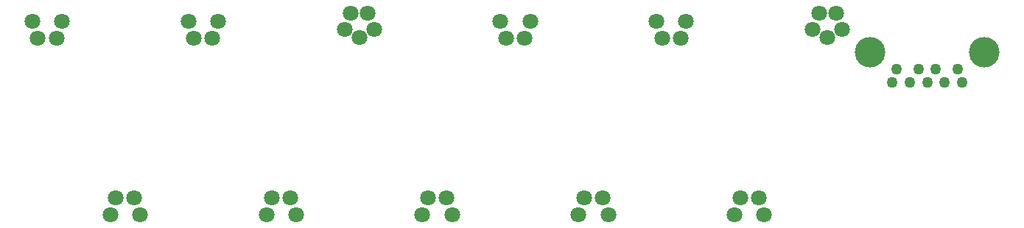
<source format=gbr>
%TF.GenerationSoftware,KiCad,Pcbnew,7.0.6*%
%TF.CreationDate,2024-03-25T03:04:45-04:00*%
%TF.ProjectId,peripheral_io_main,70657269-7068-4657-9261-6c5f696f5f6d,rev?*%
%TF.SameCoordinates,Original*%
%TF.FileFunction,Soldermask,Bot*%
%TF.FilePolarity,Negative*%
%FSLAX46Y46*%
G04 Gerber Fmt 4.6, Leading zero omitted, Abs format (unit mm)*
G04 Created by KiCad (PCBNEW 7.0.6) date 2024-03-25 03:04:45*
%MOMM*%
%LPD*%
G01*
G04 APERTURE LIST*
%ADD10C,1.800000*%
%ADD11C,1.260000*%
%ADD12C,3.500000*%
G04 APERTURE END LIST*
D10*
%TO.C,J1*%
X120197613Y-89671880D03*
X120822707Y-91621879D03*
X123597657Y-89671880D03*
X122972634Y-91621879D03*
%TD*%
%TO.C,J6*%
X191961213Y-89671880D03*
X192586307Y-91621879D03*
X195361257Y-89671880D03*
X194736234Y-91621879D03*
%TD*%
%TO.C,J9*%
X174020313Y-89671880D03*
X174645407Y-91621879D03*
X177420357Y-89671880D03*
X176795334Y-91621879D03*
%TD*%
%TO.C,J8*%
X204331757Y-111899378D03*
X203706663Y-109949379D03*
X200931713Y-111899378D03*
X201556736Y-109949379D03*
%TD*%
%TO.C,J3*%
X150509057Y-111899378D03*
X149883963Y-109949379D03*
X147109013Y-111899378D03*
X147734036Y-109949379D03*
%TD*%
%TO.C,J11*%
X213304235Y-90527679D03*
X212580235Y-88724679D03*
X209900235Y-90527679D03*
X210624235Y-88724679D03*
X211602235Y-91518679D03*
%TD*%
%TO.C,J2*%
X132568157Y-111899378D03*
X131943063Y-109949379D03*
X129168113Y-111899378D03*
X129793136Y-109949379D03*
%TD*%
%TO.C,J10*%
X159481435Y-90527679D03*
X158757435Y-88724679D03*
X156077435Y-90527679D03*
X156801435Y-88724679D03*
X157779435Y-91518679D03*
%TD*%
%TO.C,J4*%
X186390857Y-111899378D03*
X185765763Y-109949379D03*
X182990813Y-111899378D03*
X183615836Y-109949379D03*
%TD*%
D11*
%TO.C,J19*%
X226560000Y-95150000D03*
X224060000Y-95150000D03*
X222060000Y-95150000D03*
X219560000Y-95150000D03*
X219060000Y-96650000D03*
X221060000Y-96650000D03*
X223060000Y-96650000D03*
X225060000Y-96650000D03*
X227060000Y-96650000D03*
D12*
X216490000Y-93150000D03*
X229630000Y-93150000D03*
%TD*%
D10*
%TO.C,J5*%
X138138513Y-89671880D03*
X138763607Y-91621879D03*
X141538557Y-89671880D03*
X140913534Y-91621879D03*
%TD*%
%TO.C,J7*%
X168449957Y-111899378D03*
X167824863Y-109949379D03*
X165049913Y-111899378D03*
X165674936Y-109949379D03*
%TD*%
M02*

</source>
